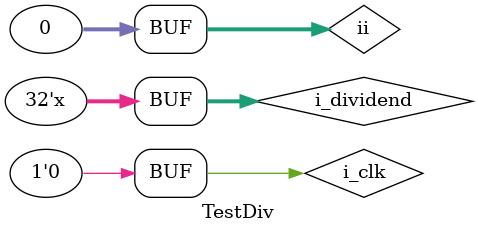
<source format=v>
`timescale 1ns / 1ps


module TestDiv;

	// Inputs
	reg [31:0] i_dividend;
	reg [31:0] i_divisor;
	reg i_start;
	reg i_clk;

	// Outputs
	wire [31:0] o_quotient_out;
	wire o_complete;
	wire o_overflow;
	integer ii =0;

	// Instantiate the Unit Under Test (UUT)
	qdiv uut (
		.i_dividend(i_dividend), 
		.i_divisor(i_divisor), 
		.i_start(i_start), 
		.i_clk(i_clk), 
		.o_quotient_out(o_quotient_out), 
		.o_complete(o_complete), 
		.o_overflow(o_overflow)
	);

	reg [10:0]	count;

	initial begin
		for (ii=0; ii<10; ii=ii+1)
        begin
        
            i_clk = ~i_clk;
				//#10;
           
        end
		  
		  
		// Initialize Inputs
		i_dividend = 1;
		i_divisor = 1;
		i_start = 0;
		i_clk = 0;
		
		count <= 0;

		// Wait 100 ns for global reset to finish
		#100;

		// Add stimulus here
		
	
	
	end
        
		always @(posedge i_clk) begin
			if (count == 47) begin
				count <= 0;
				i_start <= 1'b1;
				end
			else begin				
				count <= count + 1;
				i_start <= 1'b0;
				end
			end

		always @(count) begin
			if (count == 47) begin
				if ( i_divisor > 32'h1FFFFFFF ) begin
					i_divisor <= 1;
					i_dividend = (i_dividend << 1) + 3;
					end
				else
					i_divisor = (i_divisor << 1) + 1;
				end
			end
			
	always @(posedge o_complete)
		$display ("%b,%b,%b, %b", i_dividend, i_divisor, o_quotient_out, o_overflow);		//	Monitor the stuff we care about

endmodule


</source>
